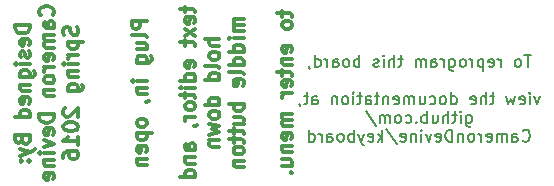
<source format=gbr>
G04 #@! TF.FileFunction,Legend,Bot*
%FSLAX46Y46*%
G04 Gerber Fmt 4.6, Leading zero omitted, Abs format (unit mm)*
G04 Created by KiCad (PCBNEW 4.0.0-rc1-stable) date 3/16/2016 3:52:32 PM*
%MOMM*%
G01*
G04 APERTURE LIST*
%ADD10C,0.100000*%
%ADD11C,0.180000*%
%ADD12C,0.300000*%
G04 APERTURE END LIST*
D10*
D11*
X156452382Y-86042381D02*
X155880953Y-86042381D01*
X156166668Y-87042381D02*
X156166668Y-86042381D01*
X155404763Y-87042381D02*
X155500001Y-86994762D01*
X155547620Y-86947143D01*
X155595239Y-86851905D01*
X155595239Y-86566190D01*
X155547620Y-86470952D01*
X155500001Y-86423333D01*
X155404763Y-86375714D01*
X155261905Y-86375714D01*
X155166667Y-86423333D01*
X155119048Y-86470952D01*
X155071429Y-86566190D01*
X155071429Y-86851905D01*
X155119048Y-86947143D01*
X155166667Y-86994762D01*
X155261905Y-87042381D01*
X155404763Y-87042381D01*
X153880953Y-87042381D02*
X153880953Y-86375714D01*
X153880953Y-86566190D02*
X153833334Y-86470952D01*
X153785715Y-86423333D01*
X153690477Y-86375714D01*
X153595238Y-86375714D01*
X152880952Y-86994762D02*
X152976190Y-87042381D01*
X153166667Y-87042381D01*
X153261905Y-86994762D01*
X153309524Y-86899524D01*
X153309524Y-86518571D01*
X153261905Y-86423333D01*
X153166667Y-86375714D01*
X152976190Y-86375714D01*
X152880952Y-86423333D01*
X152833333Y-86518571D01*
X152833333Y-86613810D01*
X153309524Y-86709048D01*
X152404762Y-86375714D02*
X152404762Y-87375714D01*
X152404762Y-86423333D02*
X152309524Y-86375714D01*
X152119047Y-86375714D01*
X152023809Y-86423333D01*
X151976190Y-86470952D01*
X151928571Y-86566190D01*
X151928571Y-86851905D01*
X151976190Y-86947143D01*
X152023809Y-86994762D01*
X152119047Y-87042381D01*
X152309524Y-87042381D01*
X152404762Y-86994762D01*
X151500000Y-87042381D02*
X151500000Y-86375714D01*
X151500000Y-86566190D02*
X151452381Y-86470952D01*
X151404762Y-86423333D01*
X151309524Y-86375714D01*
X151214285Y-86375714D01*
X150738095Y-87042381D02*
X150833333Y-86994762D01*
X150880952Y-86947143D01*
X150928571Y-86851905D01*
X150928571Y-86566190D01*
X150880952Y-86470952D01*
X150833333Y-86423333D01*
X150738095Y-86375714D01*
X150595237Y-86375714D01*
X150499999Y-86423333D01*
X150452380Y-86470952D01*
X150404761Y-86566190D01*
X150404761Y-86851905D01*
X150452380Y-86947143D01*
X150499999Y-86994762D01*
X150595237Y-87042381D01*
X150738095Y-87042381D01*
X149547618Y-86375714D02*
X149547618Y-87185238D01*
X149595237Y-87280476D01*
X149642856Y-87328095D01*
X149738095Y-87375714D01*
X149880952Y-87375714D01*
X149976190Y-87328095D01*
X149547618Y-86994762D02*
X149642856Y-87042381D01*
X149833333Y-87042381D01*
X149928571Y-86994762D01*
X149976190Y-86947143D01*
X150023809Y-86851905D01*
X150023809Y-86566190D01*
X149976190Y-86470952D01*
X149928571Y-86423333D01*
X149833333Y-86375714D01*
X149642856Y-86375714D01*
X149547618Y-86423333D01*
X149071428Y-87042381D02*
X149071428Y-86375714D01*
X149071428Y-86566190D02*
X149023809Y-86470952D01*
X148976190Y-86423333D01*
X148880952Y-86375714D01*
X148785713Y-86375714D01*
X148023808Y-87042381D02*
X148023808Y-86518571D01*
X148071427Y-86423333D01*
X148166665Y-86375714D01*
X148357142Y-86375714D01*
X148452380Y-86423333D01*
X148023808Y-86994762D02*
X148119046Y-87042381D01*
X148357142Y-87042381D01*
X148452380Y-86994762D01*
X148499999Y-86899524D01*
X148499999Y-86804286D01*
X148452380Y-86709048D01*
X148357142Y-86661429D01*
X148119046Y-86661429D01*
X148023808Y-86613810D01*
X147547618Y-87042381D02*
X147547618Y-86375714D01*
X147547618Y-86470952D02*
X147499999Y-86423333D01*
X147404761Y-86375714D01*
X147261903Y-86375714D01*
X147166665Y-86423333D01*
X147119046Y-86518571D01*
X147119046Y-87042381D01*
X147119046Y-86518571D02*
X147071427Y-86423333D01*
X146976189Y-86375714D01*
X146833332Y-86375714D01*
X146738094Y-86423333D01*
X146690475Y-86518571D01*
X146690475Y-87042381D01*
X145595237Y-86375714D02*
X145214285Y-86375714D01*
X145452380Y-86042381D02*
X145452380Y-86899524D01*
X145404761Y-86994762D01*
X145309523Y-87042381D01*
X145214285Y-87042381D01*
X144880951Y-87042381D02*
X144880951Y-86042381D01*
X144452379Y-87042381D02*
X144452379Y-86518571D01*
X144499998Y-86423333D01*
X144595236Y-86375714D01*
X144738094Y-86375714D01*
X144833332Y-86423333D01*
X144880951Y-86470952D01*
X143976189Y-87042381D02*
X143976189Y-86375714D01*
X143976189Y-86042381D02*
X144023808Y-86090000D01*
X143976189Y-86137619D01*
X143928570Y-86090000D01*
X143976189Y-86042381D01*
X143976189Y-86137619D01*
X143547618Y-86994762D02*
X143452380Y-87042381D01*
X143261904Y-87042381D01*
X143166665Y-86994762D01*
X143119046Y-86899524D01*
X143119046Y-86851905D01*
X143166665Y-86756667D01*
X143261904Y-86709048D01*
X143404761Y-86709048D01*
X143499999Y-86661429D01*
X143547618Y-86566190D01*
X143547618Y-86518571D01*
X143499999Y-86423333D01*
X143404761Y-86375714D01*
X143261904Y-86375714D01*
X143166665Y-86423333D01*
X141928570Y-87042381D02*
X141928570Y-86042381D01*
X141928570Y-86423333D02*
X141833332Y-86375714D01*
X141642855Y-86375714D01*
X141547617Y-86423333D01*
X141499998Y-86470952D01*
X141452379Y-86566190D01*
X141452379Y-86851905D01*
X141499998Y-86947143D01*
X141547617Y-86994762D01*
X141642855Y-87042381D01*
X141833332Y-87042381D01*
X141928570Y-86994762D01*
X140880951Y-87042381D02*
X140976189Y-86994762D01*
X141023808Y-86947143D01*
X141071427Y-86851905D01*
X141071427Y-86566190D01*
X141023808Y-86470952D01*
X140976189Y-86423333D01*
X140880951Y-86375714D01*
X140738093Y-86375714D01*
X140642855Y-86423333D01*
X140595236Y-86470952D01*
X140547617Y-86566190D01*
X140547617Y-86851905D01*
X140595236Y-86947143D01*
X140642855Y-86994762D01*
X140738093Y-87042381D01*
X140880951Y-87042381D01*
X139690474Y-87042381D02*
X139690474Y-86518571D01*
X139738093Y-86423333D01*
X139833331Y-86375714D01*
X140023808Y-86375714D01*
X140119046Y-86423333D01*
X139690474Y-86994762D02*
X139785712Y-87042381D01*
X140023808Y-87042381D01*
X140119046Y-86994762D01*
X140166665Y-86899524D01*
X140166665Y-86804286D01*
X140119046Y-86709048D01*
X140023808Y-86661429D01*
X139785712Y-86661429D01*
X139690474Y-86613810D01*
X139214284Y-87042381D02*
X139214284Y-86375714D01*
X139214284Y-86566190D02*
X139166665Y-86470952D01*
X139119046Y-86423333D01*
X139023808Y-86375714D01*
X138928569Y-86375714D01*
X138166664Y-87042381D02*
X138166664Y-86042381D01*
X138166664Y-86994762D02*
X138261902Y-87042381D01*
X138452379Y-87042381D01*
X138547617Y-86994762D01*
X138595236Y-86947143D01*
X138642855Y-86851905D01*
X138642855Y-86566190D01*
X138595236Y-86470952D01*
X138547617Y-86423333D01*
X138452379Y-86375714D01*
X138261902Y-86375714D01*
X138166664Y-86423333D01*
X137642855Y-86994762D02*
X137642855Y-87042381D01*
X137690474Y-87137619D01*
X137738093Y-87185238D01*
X157214287Y-89535714D02*
X156976192Y-90202381D01*
X156738096Y-89535714D01*
X156357144Y-90202381D02*
X156357144Y-89535714D01*
X156357144Y-89202381D02*
X156404763Y-89250000D01*
X156357144Y-89297619D01*
X156309525Y-89250000D01*
X156357144Y-89202381D01*
X156357144Y-89297619D01*
X155500001Y-90154762D02*
X155595239Y-90202381D01*
X155785716Y-90202381D01*
X155880954Y-90154762D01*
X155928573Y-90059524D01*
X155928573Y-89678571D01*
X155880954Y-89583333D01*
X155785716Y-89535714D01*
X155595239Y-89535714D01*
X155500001Y-89583333D01*
X155452382Y-89678571D01*
X155452382Y-89773810D01*
X155928573Y-89869048D01*
X155119049Y-89535714D02*
X154928573Y-90202381D01*
X154738096Y-89726190D01*
X154547620Y-90202381D01*
X154357144Y-89535714D01*
X153357144Y-89535714D02*
X152976192Y-89535714D01*
X153214287Y-89202381D02*
X153214287Y-90059524D01*
X153166668Y-90154762D01*
X153071430Y-90202381D01*
X152976192Y-90202381D01*
X152642858Y-90202381D02*
X152642858Y-89202381D01*
X152214286Y-90202381D02*
X152214286Y-89678571D01*
X152261905Y-89583333D01*
X152357143Y-89535714D01*
X152500001Y-89535714D01*
X152595239Y-89583333D01*
X152642858Y-89630952D01*
X151357143Y-90154762D02*
X151452381Y-90202381D01*
X151642858Y-90202381D01*
X151738096Y-90154762D01*
X151785715Y-90059524D01*
X151785715Y-89678571D01*
X151738096Y-89583333D01*
X151642858Y-89535714D01*
X151452381Y-89535714D01*
X151357143Y-89583333D01*
X151309524Y-89678571D01*
X151309524Y-89773810D01*
X151785715Y-89869048D01*
X149690476Y-90202381D02*
X149690476Y-89202381D01*
X149690476Y-90154762D02*
X149785714Y-90202381D01*
X149976191Y-90202381D01*
X150071429Y-90154762D01*
X150119048Y-90107143D01*
X150166667Y-90011905D01*
X150166667Y-89726190D01*
X150119048Y-89630952D01*
X150071429Y-89583333D01*
X149976191Y-89535714D01*
X149785714Y-89535714D01*
X149690476Y-89583333D01*
X149071429Y-90202381D02*
X149166667Y-90154762D01*
X149214286Y-90107143D01*
X149261905Y-90011905D01*
X149261905Y-89726190D01*
X149214286Y-89630952D01*
X149166667Y-89583333D01*
X149071429Y-89535714D01*
X148928571Y-89535714D01*
X148833333Y-89583333D01*
X148785714Y-89630952D01*
X148738095Y-89726190D01*
X148738095Y-90011905D01*
X148785714Y-90107143D01*
X148833333Y-90154762D01*
X148928571Y-90202381D01*
X149071429Y-90202381D01*
X147880952Y-90154762D02*
X147976190Y-90202381D01*
X148166667Y-90202381D01*
X148261905Y-90154762D01*
X148309524Y-90107143D01*
X148357143Y-90011905D01*
X148357143Y-89726190D01*
X148309524Y-89630952D01*
X148261905Y-89583333D01*
X148166667Y-89535714D01*
X147976190Y-89535714D01*
X147880952Y-89583333D01*
X147023809Y-89535714D02*
X147023809Y-90202381D01*
X147452381Y-89535714D02*
X147452381Y-90059524D01*
X147404762Y-90154762D01*
X147309524Y-90202381D01*
X147166666Y-90202381D01*
X147071428Y-90154762D01*
X147023809Y-90107143D01*
X146547619Y-90202381D02*
X146547619Y-89535714D01*
X146547619Y-89630952D02*
X146500000Y-89583333D01*
X146404762Y-89535714D01*
X146261904Y-89535714D01*
X146166666Y-89583333D01*
X146119047Y-89678571D01*
X146119047Y-90202381D01*
X146119047Y-89678571D02*
X146071428Y-89583333D01*
X145976190Y-89535714D01*
X145833333Y-89535714D01*
X145738095Y-89583333D01*
X145690476Y-89678571D01*
X145690476Y-90202381D01*
X144833333Y-90154762D02*
X144928571Y-90202381D01*
X145119048Y-90202381D01*
X145214286Y-90154762D01*
X145261905Y-90059524D01*
X145261905Y-89678571D01*
X145214286Y-89583333D01*
X145119048Y-89535714D01*
X144928571Y-89535714D01*
X144833333Y-89583333D01*
X144785714Y-89678571D01*
X144785714Y-89773810D01*
X145261905Y-89869048D01*
X144357143Y-89535714D02*
X144357143Y-90202381D01*
X144357143Y-89630952D02*
X144309524Y-89583333D01*
X144214286Y-89535714D01*
X144071428Y-89535714D01*
X143976190Y-89583333D01*
X143928571Y-89678571D01*
X143928571Y-90202381D01*
X143595238Y-89535714D02*
X143214286Y-89535714D01*
X143452381Y-89202381D02*
X143452381Y-90059524D01*
X143404762Y-90154762D01*
X143309524Y-90202381D01*
X143214286Y-90202381D01*
X142452380Y-90202381D02*
X142452380Y-89678571D01*
X142499999Y-89583333D01*
X142595237Y-89535714D01*
X142785714Y-89535714D01*
X142880952Y-89583333D01*
X142452380Y-90154762D02*
X142547618Y-90202381D01*
X142785714Y-90202381D01*
X142880952Y-90154762D01*
X142928571Y-90059524D01*
X142928571Y-89964286D01*
X142880952Y-89869048D01*
X142785714Y-89821429D01*
X142547618Y-89821429D01*
X142452380Y-89773810D01*
X142119047Y-89535714D02*
X141738095Y-89535714D01*
X141976190Y-89202381D02*
X141976190Y-90059524D01*
X141928571Y-90154762D01*
X141833333Y-90202381D01*
X141738095Y-90202381D01*
X141404761Y-90202381D02*
X141404761Y-89535714D01*
X141404761Y-89202381D02*
X141452380Y-89250000D01*
X141404761Y-89297619D01*
X141357142Y-89250000D01*
X141404761Y-89202381D01*
X141404761Y-89297619D01*
X140785714Y-90202381D02*
X140880952Y-90154762D01*
X140928571Y-90107143D01*
X140976190Y-90011905D01*
X140976190Y-89726190D01*
X140928571Y-89630952D01*
X140880952Y-89583333D01*
X140785714Y-89535714D01*
X140642856Y-89535714D01*
X140547618Y-89583333D01*
X140499999Y-89630952D01*
X140452380Y-89726190D01*
X140452380Y-90011905D01*
X140499999Y-90107143D01*
X140547618Y-90154762D01*
X140642856Y-90202381D01*
X140785714Y-90202381D01*
X140023809Y-89535714D02*
X140023809Y-90202381D01*
X140023809Y-89630952D02*
X139976190Y-89583333D01*
X139880952Y-89535714D01*
X139738094Y-89535714D01*
X139642856Y-89583333D01*
X139595237Y-89678571D01*
X139595237Y-90202381D01*
X137928570Y-90202381D02*
X137928570Y-89678571D01*
X137976189Y-89583333D01*
X138071427Y-89535714D01*
X138261904Y-89535714D01*
X138357142Y-89583333D01*
X137928570Y-90154762D02*
X138023808Y-90202381D01*
X138261904Y-90202381D01*
X138357142Y-90154762D01*
X138404761Y-90059524D01*
X138404761Y-89964286D01*
X138357142Y-89869048D01*
X138261904Y-89821429D01*
X138023808Y-89821429D01*
X137928570Y-89773810D01*
X137595237Y-89535714D02*
X137214285Y-89535714D01*
X137452380Y-89202381D02*
X137452380Y-90059524D01*
X137404761Y-90154762D01*
X137309523Y-90202381D01*
X137214285Y-90202381D01*
X136833332Y-90154762D02*
X136833332Y-90202381D01*
X136880951Y-90297619D01*
X136928570Y-90345238D01*
X150976190Y-91115714D02*
X150976190Y-91925238D01*
X151023809Y-92020476D01*
X151071428Y-92068095D01*
X151166667Y-92115714D01*
X151309524Y-92115714D01*
X151404762Y-92068095D01*
X150976190Y-91734762D02*
X151071428Y-91782381D01*
X151261905Y-91782381D01*
X151357143Y-91734762D01*
X151404762Y-91687143D01*
X151452381Y-91591905D01*
X151452381Y-91306190D01*
X151404762Y-91210952D01*
X151357143Y-91163333D01*
X151261905Y-91115714D01*
X151071428Y-91115714D01*
X150976190Y-91163333D01*
X150500000Y-91782381D02*
X150500000Y-91115714D01*
X150500000Y-90782381D02*
X150547619Y-90830000D01*
X150500000Y-90877619D01*
X150452381Y-90830000D01*
X150500000Y-90782381D01*
X150500000Y-90877619D01*
X150166667Y-91115714D02*
X149785715Y-91115714D01*
X150023810Y-90782381D02*
X150023810Y-91639524D01*
X149976191Y-91734762D01*
X149880953Y-91782381D01*
X149785715Y-91782381D01*
X149452381Y-91782381D02*
X149452381Y-90782381D01*
X149023809Y-91782381D02*
X149023809Y-91258571D01*
X149071428Y-91163333D01*
X149166666Y-91115714D01*
X149309524Y-91115714D01*
X149404762Y-91163333D01*
X149452381Y-91210952D01*
X148119047Y-91115714D02*
X148119047Y-91782381D01*
X148547619Y-91115714D02*
X148547619Y-91639524D01*
X148500000Y-91734762D01*
X148404762Y-91782381D01*
X148261904Y-91782381D01*
X148166666Y-91734762D01*
X148119047Y-91687143D01*
X147642857Y-91782381D02*
X147642857Y-90782381D01*
X147642857Y-91163333D02*
X147547619Y-91115714D01*
X147357142Y-91115714D01*
X147261904Y-91163333D01*
X147214285Y-91210952D01*
X147166666Y-91306190D01*
X147166666Y-91591905D01*
X147214285Y-91687143D01*
X147261904Y-91734762D01*
X147357142Y-91782381D01*
X147547619Y-91782381D01*
X147642857Y-91734762D01*
X146738095Y-91687143D02*
X146690476Y-91734762D01*
X146738095Y-91782381D01*
X146785714Y-91734762D01*
X146738095Y-91687143D01*
X146738095Y-91782381D01*
X145833333Y-91734762D02*
X145928571Y-91782381D01*
X146119048Y-91782381D01*
X146214286Y-91734762D01*
X146261905Y-91687143D01*
X146309524Y-91591905D01*
X146309524Y-91306190D01*
X146261905Y-91210952D01*
X146214286Y-91163333D01*
X146119048Y-91115714D01*
X145928571Y-91115714D01*
X145833333Y-91163333D01*
X145261905Y-91782381D02*
X145357143Y-91734762D01*
X145404762Y-91687143D01*
X145452381Y-91591905D01*
X145452381Y-91306190D01*
X145404762Y-91210952D01*
X145357143Y-91163333D01*
X145261905Y-91115714D01*
X145119047Y-91115714D01*
X145023809Y-91163333D01*
X144976190Y-91210952D01*
X144928571Y-91306190D01*
X144928571Y-91591905D01*
X144976190Y-91687143D01*
X145023809Y-91734762D01*
X145119047Y-91782381D01*
X145261905Y-91782381D01*
X144500000Y-91782381D02*
X144500000Y-91115714D01*
X144500000Y-91210952D02*
X144452381Y-91163333D01*
X144357143Y-91115714D01*
X144214285Y-91115714D01*
X144119047Y-91163333D01*
X144071428Y-91258571D01*
X144071428Y-91782381D01*
X144071428Y-91258571D02*
X144023809Y-91163333D01*
X143928571Y-91115714D01*
X143785714Y-91115714D01*
X143690476Y-91163333D01*
X143642857Y-91258571D01*
X143642857Y-91782381D01*
X142452381Y-90734762D02*
X143309524Y-92020476D01*
X155738096Y-93267143D02*
X155785715Y-93314762D01*
X155928572Y-93362381D01*
X156023810Y-93362381D01*
X156166668Y-93314762D01*
X156261906Y-93219524D01*
X156309525Y-93124286D01*
X156357144Y-92933810D01*
X156357144Y-92790952D01*
X156309525Y-92600476D01*
X156261906Y-92505238D01*
X156166668Y-92410000D01*
X156023810Y-92362381D01*
X155928572Y-92362381D01*
X155785715Y-92410000D01*
X155738096Y-92457619D01*
X154880953Y-93362381D02*
X154880953Y-92838571D01*
X154928572Y-92743333D01*
X155023810Y-92695714D01*
X155214287Y-92695714D01*
X155309525Y-92743333D01*
X154880953Y-93314762D02*
X154976191Y-93362381D01*
X155214287Y-93362381D01*
X155309525Y-93314762D01*
X155357144Y-93219524D01*
X155357144Y-93124286D01*
X155309525Y-93029048D01*
X155214287Y-92981429D01*
X154976191Y-92981429D01*
X154880953Y-92933810D01*
X154404763Y-93362381D02*
X154404763Y-92695714D01*
X154404763Y-92790952D02*
X154357144Y-92743333D01*
X154261906Y-92695714D01*
X154119048Y-92695714D01*
X154023810Y-92743333D01*
X153976191Y-92838571D01*
X153976191Y-93362381D01*
X153976191Y-92838571D02*
X153928572Y-92743333D01*
X153833334Y-92695714D01*
X153690477Y-92695714D01*
X153595239Y-92743333D01*
X153547620Y-92838571D01*
X153547620Y-93362381D01*
X152690477Y-93314762D02*
X152785715Y-93362381D01*
X152976192Y-93362381D01*
X153071430Y-93314762D01*
X153119049Y-93219524D01*
X153119049Y-92838571D01*
X153071430Y-92743333D01*
X152976192Y-92695714D01*
X152785715Y-92695714D01*
X152690477Y-92743333D01*
X152642858Y-92838571D01*
X152642858Y-92933810D01*
X153119049Y-93029048D01*
X152214287Y-93362381D02*
X152214287Y-92695714D01*
X152214287Y-92886190D02*
X152166668Y-92790952D01*
X152119049Y-92743333D01*
X152023811Y-92695714D01*
X151928572Y-92695714D01*
X151452382Y-93362381D02*
X151547620Y-93314762D01*
X151595239Y-93267143D01*
X151642858Y-93171905D01*
X151642858Y-92886190D01*
X151595239Y-92790952D01*
X151547620Y-92743333D01*
X151452382Y-92695714D01*
X151309524Y-92695714D01*
X151214286Y-92743333D01*
X151166667Y-92790952D01*
X151119048Y-92886190D01*
X151119048Y-93171905D01*
X151166667Y-93267143D01*
X151214286Y-93314762D01*
X151309524Y-93362381D01*
X151452382Y-93362381D01*
X150690477Y-92695714D02*
X150690477Y-93362381D01*
X150690477Y-92790952D02*
X150642858Y-92743333D01*
X150547620Y-92695714D01*
X150404762Y-92695714D01*
X150309524Y-92743333D01*
X150261905Y-92838571D01*
X150261905Y-93362381D01*
X149785715Y-93362381D02*
X149785715Y-92362381D01*
X149547620Y-92362381D01*
X149404762Y-92410000D01*
X149309524Y-92505238D01*
X149261905Y-92600476D01*
X149214286Y-92790952D01*
X149214286Y-92933810D01*
X149261905Y-93124286D01*
X149309524Y-93219524D01*
X149404762Y-93314762D01*
X149547620Y-93362381D01*
X149785715Y-93362381D01*
X148404762Y-93314762D02*
X148500000Y-93362381D01*
X148690477Y-93362381D01*
X148785715Y-93314762D01*
X148833334Y-93219524D01*
X148833334Y-92838571D01*
X148785715Y-92743333D01*
X148690477Y-92695714D01*
X148500000Y-92695714D01*
X148404762Y-92743333D01*
X148357143Y-92838571D01*
X148357143Y-92933810D01*
X148833334Y-93029048D01*
X148023810Y-92695714D02*
X147785715Y-93362381D01*
X147547619Y-92695714D01*
X147166667Y-93362381D02*
X147166667Y-92695714D01*
X147166667Y-92362381D02*
X147214286Y-92410000D01*
X147166667Y-92457619D01*
X147119048Y-92410000D01*
X147166667Y-92362381D01*
X147166667Y-92457619D01*
X146690477Y-92695714D02*
X146690477Y-93362381D01*
X146690477Y-92790952D02*
X146642858Y-92743333D01*
X146547620Y-92695714D01*
X146404762Y-92695714D01*
X146309524Y-92743333D01*
X146261905Y-92838571D01*
X146261905Y-93362381D01*
X145404762Y-93314762D02*
X145500000Y-93362381D01*
X145690477Y-93362381D01*
X145785715Y-93314762D01*
X145833334Y-93219524D01*
X145833334Y-92838571D01*
X145785715Y-92743333D01*
X145690477Y-92695714D01*
X145500000Y-92695714D01*
X145404762Y-92743333D01*
X145357143Y-92838571D01*
X145357143Y-92933810D01*
X145833334Y-93029048D01*
X144214286Y-92314762D02*
X145071429Y-93600476D01*
X143880953Y-93362381D02*
X143880953Y-92362381D01*
X143785715Y-92981429D02*
X143500000Y-93362381D01*
X143500000Y-92695714D02*
X143880953Y-93076667D01*
X142690476Y-93314762D02*
X142785714Y-93362381D01*
X142976191Y-93362381D01*
X143071429Y-93314762D01*
X143119048Y-93219524D01*
X143119048Y-92838571D01*
X143071429Y-92743333D01*
X142976191Y-92695714D01*
X142785714Y-92695714D01*
X142690476Y-92743333D01*
X142642857Y-92838571D01*
X142642857Y-92933810D01*
X143119048Y-93029048D01*
X142309524Y-92695714D02*
X142071429Y-93362381D01*
X141833333Y-92695714D02*
X142071429Y-93362381D01*
X142166667Y-93600476D01*
X142214286Y-93648095D01*
X142309524Y-93695714D01*
X141452381Y-93362381D02*
X141452381Y-92362381D01*
X141452381Y-92743333D02*
X141357143Y-92695714D01*
X141166666Y-92695714D01*
X141071428Y-92743333D01*
X141023809Y-92790952D01*
X140976190Y-92886190D01*
X140976190Y-93171905D01*
X141023809Y-93267143D01*
X141071428Y-93314762D01*
X141166666Y-93362381D01*
X141357143Y-93362381D01*
X141452381Y-93314762D01*
X140404762Y-93362381D02*
X140500000Y-93314762D01*
X140547619Y-93267143D01*
X140595238Y-93171905D01*
X140595238Y-92886190D01*
X140547619Y-92790952D01*
X140500000Y-92743333D01*
X140404762Y-92695714D01*
X140261904Y-92695714D01*
X140166666Y-92743333D01*
X140119047Y-92790952D01*
X140071428Y-92886190D01*
X140071428Y-93171905D01*
X140119047Y-93267143D01*
X140166666Y-93314762D01*
X140261904Y-93362381D01*
X140404762Y-93362381D01*
X139214285Y-93362381D02*
X139214285Y-92838571D01*
X139261904Y-92743333D01*
X139357142Y-92695714D01*
X139547619Y-92695714D01*
X139642857Y-92743333D01*
X139214285Y-93314762D02*
X139309523Y-93362381D01*
X139547619Y-93362381D01*
X139642857Y-93314762D01*
X139690476Y-93219524D01*
X139690476Y-93124286D01*
X139642857Y-93029048D01*
X139547619Y-92981429D01*
X139309523Y-92981429D01*
X139214285Y-92933810D01*
X138738095Y-93362381D02*
X138738095Y-92695714D01*
X138738095Y-92886190D02*
X138690476Y-92790952D01*
X138642857Y-92743333D01*
X138547619Y-92695714D01*
X138452380Y-92695714D01*
X137690475Y-93362381D02*
X137690475Y-92362381D01*
X137690475Y-93314762D02*
X137785713Y-93362381D01*
X137976190Y-93362381D01*
X138071428Y-93314762D01*
X138119047Y-93267143D01*
X138166666Y-93171905D01*
X138166666Y-92886190D01*
X138119047Y-92790952D01*
X138071428Y-92743333D01*
X137976190Y-92695714D01*
X137785713Y-92695714D01*
X137690475Y-92743333D01*
D12*
X123915476Y-83119049D02*
X122665476Y-83119049D01*
X122665476Y-83595240D01*
X122725000Y-83714287D01*
X122784524Y-83773811D01*
X122903571Y-83833335D01*
X123082143Y-83833335D01*
X123201190Y-83773811D01*
X123260714Y-83714287D01*
X123320238Y-83595240D01*
X123320238Y-83119049D01*
X123915476Y-84547620D02*
X123855952Y-84428573D01*
X123736905Y-84369049D01*
X122665476Y-84369049D01*
X123082143Y-85559525D02*
X123915476Y-85559525D01*
X123082143Y-85023811D02*
X123736905Y-85023811D01*
X123855952Y-85083335D01*
X123915476Y-85202382D01*
X123915476Y-85380954D01*
X123855952Y-85500002D01*
X123796429Y-85559525D01*
X123082143Y-86690477D02*
X124094048Y-86690477D01*
X124213095Y-86630954D01*
X124272619Y-86571430D01*
X124332143Y-86452382D01*
X124332143Y-86273811D01*
X124272619Y-86154763D01*
X123855952Y-86690477D02*
X123915476Y-86571430D01*
X123915476Y-86333334D01*
X123855952Y-86214287D01*
X123796429Y-86154763D01*
X123677381Y-86095239D01*
X123320238Y-86095239D01*
X123201190Y-86154763D01*
X123141667Y-86214287D01*
X123082143Y-86333334D01*
X123082143Y-86571430D01*
X123141667Y-86690477D01*
X123915476Y-88238096D02*
X123082143Y-88238096D01*
X122665476Y-88238096D02*
X122725000Y-88178572D01*
X122784524Y-88238096D01*
X122725000Y-88297620D01*
X122665476Y-88238096D01*
X122784524Y-88238096D01*
X123082143Y-88833334D02*
X123915476Y-88833334D01*
X123201190Y-88833334D02*
X123141667Y-88892858D01*
X123082143Y-89011905D01*
X123082143Y-89190477D01*
X123141667Y-89309525D01*
X123260714Y-89369048D01*
X123915476Y-89369048D01*
X123855952Y-90023810D02*
X123915476Y-90023810D01*
X124034524Y-89964286D01*
X124094048Y-89904762D01*
X123915476Y-91690476D02*
X123855952Y-91571429D01*
X123796429Y-91511905D01*
X123677381Y-91452381D01*
X123320238Y-91452381D01*
X123201190Y-91511905D01*
X123141667Y-91571429D01*
X123082143Y-91690476D01*
X123082143Y-91869048D01*
X123141667Y-91988096D01*
X123201190Y-92047619D01*
X123320238Y-92107143D01*
X123677381Y-92107143D01*
X123796429Y-92047619D01*
X123855952Y-91988096D01*
X123915476Y-91869048D01*
X123915476Y-91690476D01*
X123082143Y-92642857D02*
X124332143Y-92642857D01*
X123141667Y-92642857D02*
X123082143Y-92761905D01*
X123082143Y-93000000D01*
X123141667Y-93119048D01*
X123201190Y-93178571D01*
X123320238Y-93238095D01*
X123677381Y-93238095D01*
X123796429Y-93178571D01*
X123855952Y-93119048D01*
X123915476Y-93000000D01*
X123915476Y-92761905D01*
X123855952Y-92642857D01*
X123855952Y-94250000D02*
X123915476Y-94130952D01*
X123915476Y-93892857D01*
X123855952Y-93773809D01*
X123736905Y-93714285D01*
X123260714Y-93714285D01*
X123141667Y-93773809D01*
X123082143Y-93892857D01*
X123082143Y-94130952D01*
X123141667Y-94250000D01*
X123260714Y-94309523D01*
X123379762Y-94309523D01*
X123498810Y-93714285D01*
X123082143Y-94845238D02*
X123915476Y-94845238D01*
X123201190Y-94845238D02*
X123141667Y-94904762D01*
X123082143Y-95023809D01*
X123082143Y-95202381D01*
X123141667Y-95321429D01*
X123260714Y-95380952D01*
X123915476Y-95380952D01*
X127182143Y-81958334D02*
X127182143Y-82434524D01*
X126765476Y-82136905D02*
X127836905Y-82136905D01*
X127955952Y-82196429D01*
X128015476Y-82315476D01*
X128015476Y-82434524D01*
X127955952Y-83327382D02*
X128015476Y-83208334D01*
X128015476Y-82970239D01*
X127955952Y-82851191D01*
X127836905Y-82791667D01*
X127360714Y-82791667D01*
X127241667Y-82851191D01*
X127182143Y-82970239D01*
X127182143Y-83208334D01*
X127241667Y-83327382D01*
X127360714Y-83386905D01*
X127479762Y-83386905D01*
X127598810Y-82791667D01*
X128015476Y-83803572D02*
X127182143Y-84458334D01*
X127182143Y-83803572D02*
X128015476Y-84458334D01*
X127182143Y-84755954D02*
X127182143Y-85232144D01*
X126765476Y-84934525D02*
X127836905Y-84934525D01*
X127955952Y-84994049D01*
X128015476Y-85113096D01*
X128015476Y-85232144D01*
X127955952Y-87077383D02*
X128015476Y-86958335D01*
X128015476Y-86720240D01*
X127955952Y-86601192D01*
X127836905Y-86541668D01*
X127360714Y-86541668D01*
X127241667Y-86601192D01*
X127182143Y-86720240D01*
X127182143Y-86958335D01*
X127241667Y-87077383D01*
X127360714Y-87136906D01*
X127479762Y-87136906D01*
X127598810Y-86541668D01*
X128015476Y-88208335D02*
X126765476Y-88208335D01*
X127955952Y-88208335D02*
X128015476Y-88089288D01*
X128015476Y-87851192D01*
X127955952Y-87732145D01*
X127896429Y-87672621D01*
X127777381Y-87613097D01*
X127420238Y-87613097D01*
X127301190Y-87672621D01*
X127241667Y-87732145D01*
X127182143Y-87851192D01*
X127182143Y-88089288D01*
X127241667Y-88208335D01*
X128015476Y-88803573D02*
X127182143Y-88803573D01*
X126765476Y-88803573D02*
X126825000Y-88744049D01*
X126884524Y-88803573D01*
X126825000Y-88863097D01*
X126765476Y-88803573D01*
X126884524Y-88803573D01*
X127182143Y-89220240D02*
X127182143Y-89696430D01*
X126765476Y-89398811D02*
X127836905Y-89398811D01*
X127955952Y-89458335D01*
X128015476Y-89577382D01*
X128015476Y-89696430D01*
X128015476Y-90291668D02*
X127955952Y-90172621D01*
X127896429Y-90113097D01*
X127777381Y-90053573D01*
X127420238Y-90053573D01*
X127301190Y-90113097D01*
X127241667Y-90172621D01*
X127182143Y-90291668D01*
X127182143Y-90470240D01*
X127241667Y-90589288D01*
X127301190Y-90648811D01*
X127420238Y-90708335D01*
X127777381Y-90708335D01*
X127896429Y-90648811D01*
X127955952Y-90589288D01*
X128015476Y-90470240D01*
X128015476Y-90291668D01*
X128015476Y-91244049D02*
X127182143Y-91244049D01*
X127420238Y-91244049D02*
X127301190Y-91303573D01*
X127241667Y-91363097D01*
X127182143Y-91482144D01*
X127182143Y-91601192D01*
X127955952Y-92077383D02*
X128015476Y-92077383D01*
X128134524Y-92017859D01*
X128194048Y-91958335D01*
X128015476Y-94101192D02*
X127360714Y-94101192D01*
X127241667Y-94041669D01*
X127182143Y-93922621D01*
X127182143Y-93684526D01*
X127241667Y-93565478D01*
X127955952Y-94101192D02*
X128015476Y-93982145D01*
X128015476Y-93684526D01*
X127955952Y-93565478D01*
X127836905Y-93505954D01*
X127717857Y-93505954D01*
X127598810Y-93565478D01*
X127539286Y-93684526D01*
X127539286Y-93982145D01*
X127479762Y-94101192D01*
X127182143Y-94696430D02*
X128015476Y-94696430D01*
X127301190Y-94696430D02*
X127241667Y-94755954D01*
X127182143Y-94875001D01*
X127182143Y-95053573D01*
X127241667Y-95172621D01*
X127360714Y-95232144D01*
X128015476Y-95232144D01*
X128015476Y-96363096D02*
X126765476Y-96363096D01*
X127955952Y-96363096D02*
X128015476Y-96244049D01*
X128015476Y-96005953D01*
X127955952Y-95886906D01*
X127896429Y-95827382D01*
X127777381Y-95767858D01*
X127420238Y-95767858D01*
X127301190Y-95827382D01*
X127241667Y-95886906D01*
X127182143Y-96005953D01*
X127182143Y-96244049D01*
X127241667Y-96363096D01*
X130065476Y-84696430D02*
X128815476Y-84696430D01*
X130065476Y-85232144D02*
X129410714Y-85232144D01*
X129291667Y-85172621D01*
X129232143Y-85053573D01*
X129232143Y-84875001D01*
X129291667Y-84755954D01*
X129351190Y-84696430D01*
X130065476Y-86005953D02*
X130005952Y-85886906D01*
X129946429Y-85827382D01*
X129827381Y-85767858D01*
X129470238Y-85767858D01*
X129351190Y-85827382D01*
X129291667Y-85886906D01*
X129232143Y-86005953D01*
X129232143Y-86184525D01*
X129291667Y-86303573D01*
X129351190Y-86363096D01*
X129470238Y-86422620D01*
X129827381Y-86422620D01*
X129946429Y-86363096D01*
X130005952Y-86303573D01*
X130065476Y-86184525D01*
X130065476Y-86005953D01*
X130065476Y-87136905D02*
X130005952Y-87017858D01*
X129886905Y-86958334D01*
X128815476Y-86958334D01*
X130065476Y-88148810D02*
X128815476Y-88148810D01*
X130005952Y-88148810D02*
X130065476Y-88029763D01*
X130065476Y-87791667D01*
X130005952Y-87672620D01*
X129946429Y-87613096D01*
X129827381Y-87553572D01*
X129470238Y-87553572D01*
X129351190Y-87613096D01*
X129291667Y-87672620D01*
X129232143Y-87791667D01*
X129232143Y-88029763D01*
X129291667Y-88148810D01*
X130065476Y-90232143D02*
X128815476Y-90232143D01*
X130005952Y-90232143D02*
X130065476Y-90113096D01*
X130065476Y-89875000D01*
X130005952Y-89755953D01*
X129946429Y-89696429D01*
X129827381Y-89636905D01*
X129470238Y-89636905D01*
X129351190Y-89696429D01*
X129291667Y-89755953D01*
X129232143Y-89875000D01*
X129232143Y-90113096D01*
X129291667Y-90232143D01*
X130065476Y-91005952D02*
X130005952Y-90886905D01*
X129946429Y-90827381D01*
X129827381Y-90767857D01*
X129470238Y-90767857D01*
X129351190Y-90827381D01*
X129291667Y-90886905D01*
X129232143Y-91005952D01*
X129232143Y-91184524D01*
X129291667Y-91303572D01*
X129351190Y-91363095D01*
X129470238Y-91422619D01*
X129827381Y-91422619D01*
X129946429Y-91363095D01*
X130005952Y-91303572D01*
X130065476Y-91184524D01*
X130065476Y-91005952D01*
X129232143Y-91839285D02*
X130065476Y-92077381D01*
X129470238Y-92315476D01*
X130065476Y-92553571D01*
X129232143Y-92791666D01*
X129232143Y-93267857D02*
X130065476Y-93267857D01*
X129351190Y-93267857D02*
X129291667Y-93327381D01*
X129232143Y-93446428D01*
X129232143Y-93625000D01*
X129291667Y-93744048D01*
X129410714Y-93803571D01*
X130065476Y-93803571D01*
X132115476Y-82970239D02*
X131282143Y-82970239D01*
X131401190Y-82970239D02*
X131341667Y-83029763D01*
X131282143Y-83148810D01*
X131282143Y-83327382D01*
X131341667Y-83446430D01*
X131460714Y-83505953D01*
X132115476Y-83505953D01*
X131460714Y-83505953D02*
X131341667Y-83565477D01*
X131282143Y-83684525D01*
X131282143Y-83863096D01*
X131341667Y-83982144D01*
X131460714Y-84041668D01*
X132115476Y-84041668D01*
X132115476Y-84636906D02*
X131282143Y-84636906D01*
X130865476Y-84636906D02*
X130925000Y-84577382D01*
X130984524Y-84636906D01*
X130925000Y-84696430D01*
X130865476Y-84636906D01*
X130984524Y-84636906D01*
X132115476Y-85767858D02*
X130865476Y-85767858D01*
X132055952Y-85767858D02*
X132115476Y-85648811D01*
X132115476Y-85410715D01*
X132055952Y-85291668D01*
X131996429Y-85232144D01*
X131877381Y-85172620D01*
X131520238Y-85172620D01*
X131401190Y-85232144D01*
X131341667Y-85291668D01*
X131282143Y-85410715D01*
X131282143Y-85648811D01*
X131341667Y-85767858D01*
X132115476Y-86898810D02*
X130865476Y-86898810D01*
X132055952Y-86898810D02*
X132115476Y-86779763D01*
X132115476Y-86541667D01*
X132055952Y-86422620D01*
X131996429Y-86363096D01*
X131877381Y-86303572D01*
X131520238Y-86303572D01*
X131401190Y-86363096D01*
X131341667Y-86422620D01*
X131282143Y-86541667D01*
X131282143Y-86779763D01*
X131341667Y-86898810D01*
X132115476Y-87672619D02*
X132055952Y-87553572D01*
X131936905Y-87494048D01*
X130865476Y-87494048D01*
X132055952Y-88625001D02*
X132115476Y-88505953D01*
X132115476Y-88267858D01*
X132055952Y-88148810D01*
X131936905Y-88089286D01*
X131460714Y-88089286D01*
X131341667Y-88148810D01*
X131282143Y-88267858D01*
X131282143Y-88505953D01*
X131341667Y-88625001D01*
X131460714Y-88684524D01*
X131579762Y-88684524D01*
X131698810Y-88089286D01*
X132115476Y-90172620D02*
X130865476Y-90172620D01*
X131341667Y-90172620D02*
X131282143Y-90291668D01*
X131282143Y-90529763D01*
X131341667Y-90648811D01*
X131401190Y-90708334D01*
X131520238Y-90767858D01*
X131877381Y-90767858D01*
X131996429Y-90708334D01*
X132055952Y-90648811D01*
X132115476Y-90529763D01*
X132115476Y-90291668D01*
X132055952Y-90172620D01*
X131282143Y-91839286D02*
X132115476Y-91839286D01*
X131282143Y-91303572D02*
X131936905Y-91303572D01*
X132055952Y-91363096D01*
X132115476Y-91482143D01*
X132115476Y-91660715D01*
X132055952Y-91779763D01*
X131996429Y-91839286D01*
X131282143Y-92255953D02*
X131282143Y-92732143D01*
X130865476Y-92434524D02*
X131936905Y-92434524D01*
X132055952Y-92494048D01*
X132115476Y-92613095D01*
X132115476Y-92732143D01*
X131282143Y-92970239D02*
X131282143Y-93446429D01*
X130865476Y-93148810D02*
X131936905Y-93148810D01*
X132055952Y-93208334D01*
X132115476Y-93327381D01*
X132115476Y-93446429D01*
X132115476Y-94041667D02*
X132055952Y-93922620D01*
X131996429Y-93863096D01*
X131877381Y-93803572D01*
X131520238Y-93803572D01*
X131401190Y-93863096D01*
X131341667Y-93922620D01*
X131282143Y-94041667D01*
X131282143Y-94220239D01*
X131341667Y-94339287D01*
X131401190Y-94398810D01*
X131520238Y-94458334D01*
X131877381Y-94458334D01*
X131996429Y-94398810D01*
X132055952Y-94339287D01*
X132115476Y-94220239D01*
X132115476Y-94041667D01*
X131282143Y-94994048D02*
X132115476Y-94994048D01*
X131401190Y-94994048D02*
X131341667Y-95053572D01*
X131282143Y-95172619D01*
X131282143Y-95351191D01*
X131341667Y-95470239D01*
X131460714Y-95529762D01*
X132115476Y-95529762D01*
X135382143Y-82315476D02*
X135382143Y-82791666D01*
X134965476Y-82494047D02*
X136036905Y-82494047D01*
X136155952Y-82553571D01*
X136215476Y-82672618D01*
X136215476Y-82791666D01*
X136215476Y-83386904D02*
X136155952Y-83267857D01*
X136096429Y-83208333D01*
X135977381Y-83148809D01*
X135620238Y-83148809D01*
X135501190Y-83208333D01*
X135441667Y-83267857D01*
X135382143Y-83386904D01*
X135382143Y-83565476D01*
X135441667Y-83684524D01*
X135501190Y-83744047D01*
X135620238Y-83803571D01*
X135977381Y-83803571D01*
X136096429Y-83744047D01*
X136155952Y-83684524D01*
X136215476Y-83565476D01*
X136215476Y-83386904D01*
X136155952Y-85767857D02*
X136215476Y-85648809D01*
X136215476Y-85410714D01*
X136155952Y-85291666D01*
X136036905Y-85232142D01*
X135560714Y-85232142D01*
X135441667Y-85291666D01*
X135382143Y-85410714D01*
X135382143Y-85648809D01*
X135441667Y-85767857D01*
X135560714Y-85827380D01*
X135679762Y-85827380D01*
X135798810Y-85232142D01*
X135382143Y-86363095D02*
X136215476Y-86363095D01*
X135501190Y-86363095D02*
X135441667Y-86422619D01*
X135382143Y-86541666D01*
X135382143Y-86720238D01*
X135441667Y-86839286D01*
X135560714Y-86898809D01*
X136215476Y-86898809D01*
X135382143Y-87315476D02*
X135382143Y-87791666D01*
X134965476Y-87494047D02*
X136036905Y-87494047D01*
X136155952Y-87553571D01*
X136215476Y-87672618D01*
X136215476Y-87791666D01*
X136155952Y-88684524D02*
X136215476Y-88565476D01*
X136215476Y-88327381D01*
X136155952Y-88208333D01*
X136036905Y-88148809D01*
X135560714Y-88148809D01*
X135441667Y-88208333D01*
X135382143Y-88327381D01*
X135382143Y-88565476D01*
X135441667Y-88684524D01*
X135560714Y-88744047D01*
X135679762Y-88744047D01*
X135798810Y-88148809D01*
X136215476Y-89279762D02*
X135382143Y-89279762D01*
X135620238Y-89279762D02*
X135501190Y-89339286D01*
X135441667Y-89398810D01*
X135382143Y-89517857D01*
X135382143Y-89636905D01*
X136215476Y-91005953D02*
X135382143Y-91005953D01*
X135501190Y-91005953D02*
X135441667Y-91065477D01*
X135382143Y-91184524D01*
X135382143Y-91363096D01*
X135441667Y-91482144D01*
X135560714Y-91541667D01*
X136215476Y-91541667D01*
X135560714Y-91541667D02*
X135441667Y-91601191D01*
X135382143Y-91720239D01*
X135382143Y-91898810D01*
X135441667Y-92017858D01*
X135560714Y-92077382D01*
X136215476Y-92077382D01*
X136155952Y-93148811D02*
X136215476Y-93029763D01*
X136215476Y-92791668D01*
X136155952Y-92672620D01*
X136036905Y-92613096D01*
X135560714Y-92613096D01*
X135441667Y-92672620D01*
X135382143Y-92791668D01*
X135382143Y-93029763D01*
X135441667Y-93148811D01*
X135560714Y-93208334D01*
X135679762Y-93208334D01*
X135798810Y-92613096D01*
X135382143Y-93744049D02*
X136215476Y-93744049D01*
X135501190Y-93744049D02*
X135441667Y-93803573D01*
X135382143Y-93922620D01*
X135382143Y-94101192D01*
X135441667Y-94220240D01*
X135560714Y-94279763D01*
X136215476Y-94279763D01*
X135382143Y-95410715D02*
X136215476Y-95410715D01*
X135382143Y-94875001D02*
X136036905Y-94875001D01*
X136155952Y-94934525D01*
X136215476Y-95053572D01*
X136215476Y-95232144D01*
X136155952Y-95351192D01*
X136096429Y-95410715D01*
X136096429Y-96005953D02*
X136155952Y-96065477D01*
X136215476Y-96005953D01*
X136155952Y-95946429D01*
X136096429Y-96005953D01*
X136215476Y-96005953D01*
X114015476Y-83476191D02*
X112765476Y-83476191D01*
X112765476Y-83773810D01*
X112825000Y-83952382D01*
X112944048Y-84071429D01*
X113063095Y-84130953D01*
X113301190Y-84190477D01*
X113479762Y-84190477D01*
X113717857Y-84130953D01*
X113836905Y-84071429D01*
X113955952Y-83952382D01*
X114015476Y-83773810D01*
X114015476Y-83476191D01*
X113955952Y-85202382D02*
X114015476Y-85083334D01*
X114015476Y-84845239D01*
X113955952Y-84726191D01*
X113836905Y-84666667D01*
X113360714Y-84666667D01*
X113241667Y-84726191D01*
X113182143Y-84845239D01*
X113182143Y-85083334D01*
X113241667Y-85202382D01*
X113360714Y-85261905D01*
X113479762Y-85261905D01*
X113598810Y-84666667D01*
X113955952Y-85738096D02*
X114015476Y-85857144D01*
X114015476Y-86095239D01*
X113955952Y-86214287D01*
X113836905Y-86273811D01*
X113777381Y-86273811D01*
X113658333Y-86214287D01*
X113598810Y-86095239D01*
X113598810Y-85916668D01*
X113539286Y-85797620D01*
X113420238Y-85738096D01*
X113360714Y-85738096D01*
X113241667Y-85797620D01*
X113182143Y-85916668D01*
X113182143Y-86095239D01*
X113241667Y-86214287D01*
X114015476Y-86809525D02*
X113182143Y-86809525D01*
X112765476Y-86809525D02*
X112825000Y-86750001D01*
X112884524Y-86809525D01*
X112825000Y-86869049D01*
X112765476Y-86809525D01*
X112884524Y-86809525D01*
X113182143Y-87940477D02*
X114194048Y-87940477D01*
X114313095Y-87880954D01*
X114372619Y-87821430D01*
X114432143Y-87702382D01*
X114432143Y-87523811D01*
X114372619Y-87404763D01*
X113955952Y-87940477D02*
X114015476Y-87821430D01*
X114015476Y-87583334D01*
X113955952Y-87464287D01*
X113896429Y-87404763D01*
X113777381Y-87345239D01*
X113420238Y-87345239D01*
X113301190Y-87404763D01*
X113241667Y-87464287D01*
X113182143Y-87583334D01*
X113182143Y-87821430D01*
X113241667Y-87940477D01*
X113182143Y-88535715D02*
X114015476Y-88535715D01*
X113301190Y-88535715D02*
X113241667Y-88595239D01*
X113182143Y-88714286D01*
X113182143Y-88892858D01*
X113241667Y-89011906D01*
X113360714Y-89071429D01*
X114015476Y-89071429D01*
X113955952Y-90142858D02*
X114015476Y-90023810D01*
X114015476Y-89785715D01*
X113955952Y-89666667D01*
X113836905Y-89607143D01*
X113360714Y-89607143D01*
X113241667Y-89666667D01*
X113182143Y-89785715D01*
X113182143Y-90023810D01*
X113241667Y-90142858D01*
X113360714Y-90202381D01*
X113479762Y-90202381D01*
X113598810Y-89607143D01*
X114015476Y-91273810D02*
X112765476Y-91273810D01*
X113955952Y-91273810D02*
X114015476Y-91154763D01*
X114015476Y-90916667D01*
X113955952Y-90797620D01*
X113896429Y-90738096D01*
X113777381Y-90678572D01*
X113420238Y-90678572D01*
X113301190Y-90738096D01*
X113241667Y-90797620D01*
X113182143Y-90916667D01*
X113182143Y-91154763D01*
X113241667Y-91273810D01*
X113360714Y-93238096D02*
X113420238Y-93416667D01*
X113479762Y-93476191D01*
X113598810Y-93535715D01*
X113777381Y-93535715D01*
X113896429Y-93476191D01*
X113955952Y-93416667D01*
X114015476Y-93297620D01*
X114015476Y-92821429D01*
X112765476Y-92821429D01*
X112765476Y-93238096D01*
X112825000Y-93357143D01*
X112884524Y-93416667D01*
X113003571Y-93476191D01*
X113122619Y-93476191D01*
X113241667Y-93416667D01*
X113301190Y-93357143D01*
X113360714Y-93238096D01*
X113360714Y-92821429D01*
X113182143Y-93952381D02*
X114015476Y-94250000D01*
X113182143Y-94547620D02*
X114015476Y-94250000D01*
X114313095Y-94130953D01*
X114372619Y-94071429D01*
X114432143Y-93952381D01*
X113896429Y-95023810D02*
X113955952Y-95083334D01*
X114015476Y-95023810D01*
X113955952Y-94964286D01*
X113896429Y-95023810D01*
X114015476Y-95023810D01*
X113241667Y-95023810D02*
X113301190Y-95083334D01*
X113360714Y-95023810D01*
X113301190Y-94964286D01*
X113241667Y-95023810D01*
X113360714Y-95023810D01*
X115946429Y-82672619D02*
X116005952Y-82613095D01*
X116065476Y-82434524D01*
X116065476Y-82315476D01*
X116005952Y-82136904D01*
X115886905Y-82017857D01*
X115767857Y-81958333D01*
X115529762Y-81898809D01*
X115351190Y-81898809D01*
X115113095Y-81958333D01*
X114994048Y-82017857D01*
X114875000Y-82136904D01*
X114815476Y-82315476D01*
X114815476Y-82434524D01*
X114875000Y-82613095D01*
X114934524Y-82672619D01*
X116065476Y-83744047D02*
X115410714Y-83744047D01*
X115291667Y-83684524D01*
X115232143Y-83565476D01*
X115232143Y-83327381D01*
X115291667Y-83208333D01*
X116005952Y-83744047D02*
X116065476Y-83625000D01*
X116065476Y-83327381D01*
X116005952Y-83208333D01*
X115886905Y-83148809D01*
X115767857Y-83148809D01*
X115648810Y-83208333D01*
X115589286Y-83327381D01*
X115589286Y-83625000D01*
X115529762Y-83744047D01*
X116065476Y-84339285D02*
X115232143Y-84339285D01*
X115351190Y-84339285D02*
X115291667Y-84398809D01*
X115232143Y-84517856D01*
X115232143Y-84696428D01*
X115291667Y-84815476D01*
X115410714Y-84874999D01*
X116065476Y-84874999D01*
X115410714Y-84874999D02*
X115291667Y-84934523D01*
X115232143Y-85053571D01*
X115232143Y-85232142D01*
X115291667Y-85351190D01*
X115410714Y-85410714D01*
X116065476Y-85410714D01*
X116005952Y-86482143D02*
X116065476Y-86363095D01*
X116065476Y-86125000D01*
X116005952Y-86005952D01*
X115886905Y-85946428D01*
X115410714Y-85946428D01*
X115291667Y-86005952D01*
X115232143Y-86125000D01*
X115232143Y-86363095D01*
X115291667Y-86482143D01*
X115410714Y-86541666D01*
X115529762Y-86541666D01*
X115648810Y-85946428D01*
X116065476Y-87077381D02*
X115232143Y-87077381D01*
X115470238Y-87077381D02*
X115351190Y-87136905D01*
X115291667Y-87196429D01*
X115232143Y-87315476D01*
X115232143Y-87434524D01*
X116065476Y-88029762D02*
X116005952Y-87910715D01*
X115946429Y-87851191D01*
X115827381Y-87791667D01*
X115470238Y-87791667D01*
X115351190Y-87851191D01*
X115291667Y-87910715D01*
X115232143Y-88029762D01*
X115232143Y-88208334D01*
X115291667Y-88327382D01*
X115351190Y-88386905D01*
X115470238Y-88446429D01*
X115827381Y-88446429D01*
X115946429Y-88386905D01*
X116005952Y-88327382D01*
X116065476Y-88208334D01*
X116065476Y-88029762D01*
X115232143Y-88982143D02*
X116065476Y-88982143D01*
X115351190Y-88982143D02*
X115291667Y-89041667D01*
X115232143Y-89160714D01*
X115232143Y-89339286D01*
X115291667Y-89458334D01*
X115410714Y-89517857D01*
X116065476Y-89517857D01*
X116065476Y-91065476D02*
X114815476Y-91065476D01*
X114815476Y-91363095D01*
X114875000Y-91541667D01*
X114994048Y-91660714D01*
X115113095Y-91720238D01*
X115351190Y-91779762D01*
X115529762Y-91779762D01*
X115767857Y-91720238D01*
X115886905Y-91660714D01*
X116005952Y-91541667D01*
X116065476Y-91363095D01*
X116065476Y-91065476D01*
X116005952Y-92791667D02*
X116065476Y-92672619D01*
X116065476Y-92434524D01*
X116005952Y-92315476D01*
X115886905Y-92255952D01*
X115410714Y-92255952D01*
X115291667Y-92315476D01*
X115232143Y-92434524D01*
X115232143Y-92672619D01*
X115291667Y-92791667D01*
X115410714Y-92851190D01*
X115529762Y-92851190D01*
X115648810Y-92255952D01*
X115232143Y-93267857D02*
X116065476Y-93565476D01*
X115232143Y-93863096D01*
X116065476Y-94339286D02*
X115232143Y-94339286D01*
X114815476Y-94339286D02*
X114875000Y-94279762D01*
X114934524Y-94339286D01*
X114875000Y-94398810D01*
X114815476Y-94339286D01*
X114934524Y-94339286D01*
X115232143Y-94934524D02*
X116065476Y-94934524D01*
X115351190Y-94934524D02*
X115291667Y-94994048D01*
X115232143Y-95113095D01*
X115232143Y-95291667D01*
X115291667Y-95410715D01*
X115410714Y-95470238D01*
X116065476Y-95470238D01*
X116005952Y-96541667D02*
X116065476Y-96422619D01*
X116065476Y-96184524D01*
X116005952Y-96065476D01*
X115886905Y-96005952D01*
X115410714Y-96005952D01*
X115291667Y-96065476D01*
X115232143Y-96184524D01*
X115232143Y-96422619D01*
X115291667Y-96541667D01*
X115410714Y-96601190D01*
X115529762Y-96601190D01*
X115648810Y-96005952D01*
X118055952Y-83654763D02*
X118115476Y-83833335D01*
X118115476Y-84130954D01*
X118055952Y-84250001D01*
X117996429Y-84309525D01*
X117877381Y-84369049D01*
X117758333Y-84369049D01*
X117639286Y-84309525D01*
X117579762Y-84250001D01*
X117520238Y-84130954D01*
X117460714Y-83892858D01*
X117401190Y-83773811D01*
X117341667Y-83714287D01*
X117222619Y-83654763D01*
X117103571Y-83654763D01*
X116984524Y-83714287D01*
X116925000Y-83773811D01*
X116865476Y-83892858D01*
X116865476Y-84190478D01*
X116925000Y-84369049D01*
X117282143Y-84904763D02*
X118532143Y-84904763D01*
X117341667Y-84904763D02*
X117282143Y-85023811D01*
X117282143Y-85261906D01*
X117341667Y-85380954D01*
X117401190Y-85440477D01*
X117520238Y-85500001D01*
X117877381Y-85500001D01*
X117996429Y-85440477D01*
X118055952Y-85380954D01*
X118115476Y-85261906D01*
X118115476Y-85023811D01*
X118055952Y-84904763D01*
X118115476Y-86035715D02*
X117282143Y-86035715D01*
X117520238Y-86035715D02*
X117401190Y-86095239D01*
X117341667Y-86154763D01*
X117282143Y-86273810D01*
X117282143Y-86392858D01*
X118115476Y-86809525D02*
X117282143Y-86809525D01*
X116865476Y-86809525D02*
X116925000Y-86750001D01*
X116984524Y-86809525D01*
X116925000Y-86869049D01*
X116865476Y-86809525D01*
X116984524Y-86809525D01*
X117282143Y-87404763D02*
X118115476Y-87404763D01*
X117401190Y-87404763D02*
X117341667Y-87464287D01*
X117282143Y-87583334D01*
X117282143Y-87761906D01*
X117341667Y-87880954D01*
X117460714Y-87940477D01*
X118115476Y-87940477D01*
X117282143Y-89071429D02*
X118294048Y-89071429D01*
X118413095Y-89011906D01*
X118472619Y-88952382D01*
X118532143Y-88833334D01*
X118532143Y-88654763D01*
X118472619Y-88535715D01*
X118055952Y-89071429D02*
X118115476Y-88952382D01*
X118115476Y-88714286D01*
X118055952Y-88595239D01*
X117996429Y-88535715D01*
X117877381Y-88476191D01*
X117520238Y-88476191D01*
X117401190Y-88535715D01*
X117341667Y-88595239D01*
X117282143Y-88714286D01*
X117282143Y-88952382D01*
X117341667Y-89071429D01*
X116984524Y-90559524D02*
X116925000Y-90619048D01*
X116865476Y-90738096D01*
X116865476Y-91035715D01*
X116925000Y-91154762D01*
X116984524Y-91214286D01*
X117103571Y-91273810D01*
X117222619Y-91273810D01*
X117401190Y-91214286D01*
X118115476Y-90500000D01*
X118115476Y-91273810D01*
X116865476Y-92047619D02*
X116865476Y-92166667D01*
X116925000Y-92285715D01*
X116984524Y-92345238D01*
X117103571Y-92404762D01*
X117341667Y-92464286D01*
X117639286Y-92464286D01*
X117877381Y-92404762D01*
X117996429Y-92345238D01*
X118055952Y-92285715D01*
X118115476Y-92166667D01*
X118115476Y-92047619D01*
X118055952Y-91928572D01*
X117996429Y-91869048D01*
X117877381Y-91809524D01*
X117639286Y-91750000D01*
X117341667Y-91750000D01*
X117103571Y-91809524D01*
X116984524Y-91869048D01*
X116925000Y-91928572D01*
X116865476Y-92047619D01*
X118115476Y-93654762D02*
X118115476Y-92940476D01*
X118115476Y-93297619D02*
X116865476Y-93297619D01*
X117044048Y-93178571D01*
X117163095Y-93059524D01*
X117222619Y-92940476D01*
X116865476Y-94726190D02*
X116865476Y-94488095D01*
X116925000Y-94369047D01*
X116984524Y-94309524D01*
X117163095Y-94190476D01*
X117401190Y-94130952D01*
X117877381Y-94130952D01*
X117996429Y-94190476D01*
X118055952Y-94250000D01*
X118115476Y-94369047D01*
X118115476Y-94607143D01*
X118055952Y-94726190D01*
X117996429Y-94785714D01*
X117877381Y-94845238D01*
X117579762Y-94845238D01*
X117460714Y-94785714D01*
X117401190Y-94726190D01*
X117341667Y-94607143D01*
X117341667Y-94369047D01*
X117401190Y-94250000D01*
X117460714Y-94190476D01*
X117579762Y-94130952D01*
M02*

</source>
